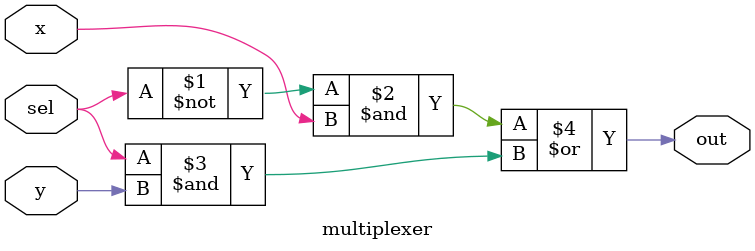
<source format=v>
`timescale 1ns / 1ps



module multiplexer(
    input x,
    input y,
    input sel,
    output out
    );
    assign out=(~sel&x)|(sel&y);
endmodule

</source>
